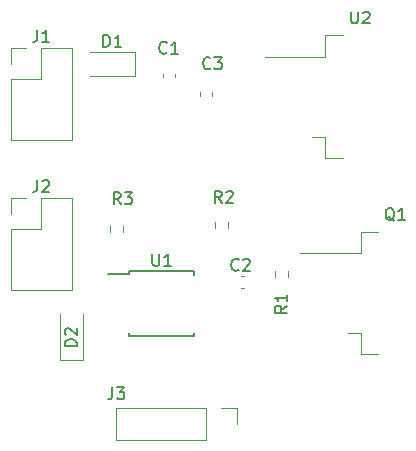
<source format=gbr>
%TF.GenerationSoftware,KiCad,Pcbnew,(6.0.4)*%
%TF.CreationDate,2023-01-02T17:26:25-06:00*%
%TF.ProjectId,FordOilPressure,466f7264-4f69-46c5-9072-657373757265,rev?*%
%TF.SameCoordinates,Original*%
%TF.FileFunction,Legend,Top*%
%TF.FilePolarity,Positive*%
%FSLAX46Y46*%
G04 Gerber Fmt 4.6, Leading zero omitted, Abs format (unit mm)*
G04 Created by KiCad (PCBNEW (6.0.4)) date 2023-01-02 17:26:25*
%MOMM*%
%LPD*%
G01*
G04 APERTURE LIST*
%ADD10C,0.150000*%
%ADD11C,0.120000*%
G04 APERTURE END LIST*
D10*
%TO.C,Q1*%
X48925462Y-28545551D02*
X48830224Y-28497932D01*
X48734986Y-28402693D01*
X48592129Y-28259836D01*
X48496891Y-28212217D01*
X48401653Y-28212217D01*
X48449272Y-28450312D02*
X48354034Y-28402693D01*
X48258796Y-28307455D01*
X48211177Y-28116979D01*
X48211177Y-27783646D01*
X48258796Y-27593170D01*
X48354034Y-27497932D01*
X48449272Y-27450312D01*
X48639748Y-27450312D01*
X48734986Y-27497932D01*
X48830224Y-27593170D01*
X48877843Y-27783646D01*
X48877843Y-28116979D01*
X48830224Y-28307455D01*
X48734986Y-28402693D01*
X48639748Y-28450312D01*
X48449272Y-28450312D01*
X49830224Y-28450312D02*
X49258796Y-28450312D01*
X49544510Y-28450312D02*
X49544510Y-27450312D01*
X49449272Y-27593170D01*
X49354034Y-27688408D01*
X49258796Y-27736027D01*
%TO.C,R3*%
X25755833Y-27122380D02*
X25422500Y-26646190D01*
X25184404Y-27122380D02*
X25184404Y-26122380D01*
X25565357Y-26122380D01*
X25660595Y-26170000D01*
X25708214Y-26217619D01*
X25755833Y-26312857D01*
X25755833Y-26455714D01*
X25708214Y-26550952D01*
X25660595Y-26598571D01*
X25565357Y-26646190D01*
X25184404Y-26646190D01*
X26089166Y-26122380D02*
X26708214Y-26122380D01*
X26374880Y-26503333D01*
X26517738Y-26503333D01*
X26612976Y-26550952D01*
X26660595Y-26598571D01*
X26708214Y-26693809D01*
X26708214Y-26931904D01*
X26660595Y-27027142D01*
X26612976Y-27074761D01*
X26517738Y-27122380D01*
X26232023Y-27122380D01*
X26136785Y-27074761D01*
X26089166Y-27027142D01*
%TO.C,D2*%
X22042380Y-39138095D02*
X21042380Y-39138095D01*
X21042380Y-38900000D01*
X21090000Y-38757142D01*
X21185238Y-38661904D01*
X21280476Y-38614285D01*
X21470952Y-38566666D01*
X21613809Y-38566666D01*
X21804285Y-38614285D01*
X21899523Y-38661904D01*
X21994761Y-38757142D01*
X22042380Y-38900000D01*
X22042380Y-39138095D01*
X21137619Y-38185714D02*
X21090000Y-38138095D01*
X21042380Y-38042857D01*
X21042380Y-37804761D01*
X21090000Y-37709523D01*
X21137619Y-37661904D01*
X21232857Y-37614285D01*
X21328095Y-37614285D01*
X21470952Y-37661904D01*
X22042380Y-38233333D01*
X22042380Y-37614285D01*
%TO.C,C1*%
X29657002Y-14277640D02*
X29609383Y-14325259D01*
X29466526Y-14372878D01*
X29371288Y-14372878D01*
X29228430Y-14325259D01*
X29133192Y-14230021D01*
X29085573Y-14134783D01*
X29037954Y-13944307D01*
X29037954Y-13801450D01*
X29085573Y-13610974D01*
X29133192Y-13515736D01*
X29228430Y-13420498D01*
X29371288Y-13372878D01*
X29466526Y-13372878D01*
X29609383Y-13420498D01*
X29657002Y-13468117D01*
X30609383Y-14372878D02*
X30037954Y-14372878D01*
X30323669Y-14372878D02*
X30323669Y-13372878D01*
X30228430Y-13515736D01*
X30133192Y-13610974D01*
X30037954Y-13658593D01*
%TO.C,U2*%
X45278095Y-10817380D02*
X45278095Y-11626904D01*
X45325714Y-11722142D01*
X45373333Y-11769761D01*
X45468571Y-11817380D01*
X45659047Y-11817380D01*
X45754285Y-11769761D01*
X45801904Y-11722142D01*
X45849523Y-11626904D01*
X45849523Y-10817380D01*
X46278095Y-10912619D02*
X46325714Y-10865000D01*
X46420952Y-10817380D01*
X46659047Y-10817380D01*
X46754285Y-10865000D01*
X46801904Y-10912619D01*
X46849523Y-11007857D01*
X46849523Y-11103095D01*
X46801904Y-11245952D01*
X46230476Y-11817380D01*
X46849523Y-11817380D01*
%TO.C,U1*%
X28448095Y-31332380D02*
X28448095Y-32141904D01*
X28495714Y-32237142D01*
X28543333Y-32284761D01*
X28638571Y-32332380D01*
X28829047Y-32332380D01*
X28924285Y-32284761D01*
X28971904Y-32237142D01*
X29019523Y-32141904D01*
X29019523Y-31332380D01*
X30019523Y-32332380D02*
X29448095Y-32332380D01*
X29733809Y-32332380D02*
X29733809Y-31332380D01*
X29638571Y-31475238D01*
X29543333Y-31570476D01*
X29448095Y-31618095D01*
%TO.C,J2*%
X18711666Y-25077380D02*
X18711666Y-25791666D01*
X18664047Y-25934523D01*
X18568809Y-26029761D01*
X18425952Y-26077380D01*
X18330714Y-26077380D01*
X19140238Y-25172619D02*
X19187857Y-25125000D01*
X19283095Y-25077380D01*
X19521190Y-25077380D01*
X19616428Y-25125000D01*
X19664047Y-25172619D01*
X19711666Y-25267857D01*
X19711666Y-25363095D01*
X19664047Y-25505952D01*
X19092619Y-26077380D01*
X19711666Y-26077380D01*
%TO.C,J1*%
X18711666Y-12377380D02*
X18711666Y-13091666D01*
X18664047Y-13234523D01*
X18568809Y-13329761D01*
X18425952Y-13377380D01*
X18330714Y-13377380D01*
X19711666Y-13377380D02*
X19140238Y-13377380D01*
X19425952Y-13377380D02*
X19425952Y-12377380D01*
X19330714Y-12520238D01*
X19235476Y-12615476D01*
X19140238Y-12663095D01*
%TO.C,D1*%
X24303297Y-13790341D02*
X24303297Y-12790341D01*
X24541393Y-12790341D01*
X24684250Y-12837961D01*
X24779488Y-12933199D01*
X24827107Y-13028437D01*
X24874726Y-13218913D01*
X24874726Y-13361770D01*
X24827107Y-13552246D01*
X24779488Y-13647484D01*
X24684250Y-13742722D01*
X24541393Y-13790341D01*
X24303297Y-13790341D01*
X25827107Y-13790341D02*
X25255678Y-13790341D01*
X25541393Y-13790341D02*
X25541393Y-12790341D01*
X25446154Y-12933199D01*
X25350916Y-13028437D01*
X25255678Y-13076056D01*
%TO.C,C2*%
X35753916Y-32653330D02*
X35706297Y-32700949D01*
X35563440Y-32748568D01*
X35468202Y-32748568D01*
X35325344Y-32700949D01*
X35230106Y-32605711D01*
X35182487Y-32510473D01*
X35134868Y-32319997D01*
X35134868Y-32177140D01*
X35182487Y-31986664D01*
X35230106Y-31891426D01*
X35325344Y-31796188D01*
X35468202Y-31748568D01*
X35563440Y-31748568D01*
X35706297Y-31796188D01*
X35753916Y-31843807D01*
X36134868Y-31843807D02*
X36182487Y-31796188D01*
X36277725Y-31748568D01*
X36515821Y-31748568D01*
X36611059Y-31796188D01*
X36658678Y-31843807D01*
X36706297Y-31939045D01*
X36706297Y-32034283D01*
X36658678Y-32177140D01*
X36087249Y-32748568D01*
X36706297Y-32748568D01*
%TO.C,R2*%
X34309111Y-27006157D02*
X33975778Y-26529967D01*
X33737682Y-27006157D02*
X33737682Y-26006157D01*
X34118635Y-26006157D01*
X34213873Y-26053777D01*
X34261492Y-26101396D01*
X34309111Y-26196634D01*
X34309111Y-26339491D01*
X34261492Y-26434729D01*
X34213873Y-26482348D01*
X34118635Y-26529967D01*
X33737682Y-26529967D01*
X34690063Y-26101396D02*
X34737682Y-26053777D01*
X34832920Y-26006157D01*
X35071016Y-26006157D01*
X35166254Y-26053777D01*
X35213873Y-26101396D01*
X35261492Y-26196634D01*
X35261492Y-26291872D01*
X35213873Y-26434729D01*
X34642444Y-27006157D01*
X35261492Y-27006157D01*
%TO.C,R1*%
X39822380Y-35726666D02*
X39346190Y-36060000D01*
X39822380Y-36298095D02*
X38822380Y-36298095D01*
X38822380Y-35917142D01*
X38870000Y-35821904D01*
X38917619Y-35774285D01*
X39012857Y-35726666D01*
X39155714Y-35726666D01*
X39250952Y-35774285D01*
X39298571Y-35821904D01*
X39346190Y-35917142D01*
X39346190Y-36298095D01*
X39822380Y-34774285D02*
X39822380Y-35345714D01*
X39822380Y-35060000D02*
X38822380Y-35060000D01*
X38965238Y-35155238D01*
X39060476Y-35250476D01*
X39108095Y-35345714D01*
%TO.C,J3*%
X25066666Y-42632380D02*
X25066666Y-43346666D01*
X25019047Y-43489523D01*
X24923809Y-43584761D01*
X24780952Y-43632380D01*
X24685714Y-43632380D01*
X25447619Y-42632380D02*
X26066666Y-42632380D01*
X25733333Y-43013333D01*
X25876190Y-43013333D01*
X25971428Y-43060952D01*
X26019047Y-43108571D01*
X26066666Y-43203809D01*
X26066666Y-43441904D01*
X26019047Y-43537142D01*
X25971428Y-43584761D01*
X25876190Y-43632380D01*
X25590476Y-43632380D01*
X25495238Y-43584761D01*
X25447619Y-43537142D01*
%TO.C,C3*%
X33363333Y-15597142D02*
X33315714Y-15644761D01*
X33172857Y-15692380D01*
X33077619Y-15692380D01*
X32934761Y-15644761D01*
X32839523Y-15549523D01*
X32791904Y-15454285D01*
X32744285Y-15263809D01*
X32744285Y-15120952D01*
X32791904Y-14930476D01*
X32839523Y-14835238D01*
X32934761Y-14740000D01*
X33077619Y-14692380D01*
X33172857Y-14692380D01*
X33315714Y-14740000D01*
X33363333Y-14787619D01*
X33696666Y-14692380D02*
X34315714Y-14692380D01*
X33982380Y-15073333D01*
X34125238Y-15073333D01*
X34220476Y-15120952D01*
X34268095Y-15168571D01*
X34315714Y-15263809D01*
X34315714Y-15501904D01*
X34268095Y-15597142D01*
X34220476Y-15644761D01*
X34125238Y-15692380D01*
X33839523Y-15692380D01*
X33744285Y-15644761D01*
X33696666Y-15597142D01*
D11*
%TO.C,Q1*%
X46070701Y-29447932D02*
X46070701Y-31257932D01*
X47570701Y-29447932D02*
X46070701Y-29447932D01*
X46070701Y-39847932D02*
X46070701Y-38037932D01*
X46070701Y-31257932D02*
X40945701Y-31257932D01*
X47570701Y-39847932D02*
X46070701Y-39847932D01*
X46070701Y-38037932D02*
X44970701Y-38037932D01*
%TO.C,R3*%
X25922500Y-28955276D02*
X25922500Y-29464724D01*
X24877500Y-28955276D02*
X24877500Y-29464724D01*
%TO.C,D2*%
X20590000Y-40350000D02*
X20590000Y-36450000D01*
X20590000Y-40350000D02*
X22590000Y-40350000D01*
X22590000Y-40350000D02*
X22590000Y-36450000D01*
%TO.C,C1*%
X30332425Y-16095836D02*
X30332425Y-16388370D01*
X29312425Y-16095836D02*
X29312425Y-16388370D01*
%TO.C,U2*%
X43090000Y-23215000D02*
X43090000Y-21405000D01*
X44590000Y-23215000D02*
X43090000Y-23215000D01*
X43090000Y-21405000D02*
X41990000Y-21405000D01*
X44590000Y-12815000D02*
X43090000Y-12815000D01*
X43090000Y-14625000D02*
X37965000Y-14625000D01*
X43090000Y-12815000D02*
X43090000Y-14625000D01*
D10*
%TO.C,U1*%
X26460000Y-32805000D02*
X26460000Y-33010000D01*
X26460000Y-38315000D02*
X26460000Y-38015000D01*
X31960000Y-38315000D02*
X31960000Y-38015000D01*
X26460000Y-38315000D02*
X31960000Y-38315000D01*
X31960000Y-32805000D02*
X31960000Y-33105000D01*
X26460000Y-33010000D02*
X24710000Y-33010000D01*
X26460000Y-32805000D02*
X31960000Y-32805000D01*
D11*
%TO.C,J2*%
X19045000Y-29225000D02*
X19045000Y-26625000D01*
X16445000Y-34365000D02*
X21645000Y-34365000D01*
X21645000Y-26625000D02*
X21645000Y-34365000D01*
X16445000Y-26625000D02*
X17775000Y-26625000D01*
X16445000Y-29225000D02*
X16445000Y-34365000D01*
X16445000Y-29225000D02*
X19045000Y-29225000D01*
X16445000Y-27955000D02*
X16445000Y-26625000D01*
X19045000Y-26625000D02*
X21645000Y-26625000D01*
%TO.C,J1*%
X19045000Y-16525000D02*
X19045000Y-13925000D01*
X16445000Y-21665000D02*
X21645000Y-21665000D01*
X21645000Y-13925000D02*
X21645000Y-21665000D01*
X16445000Y-13925000D02*
X17775000Y-13925000D01*
X16445000Y-16525000D02*
X16445000Y-21665000D01*
X16445000Y-16525000D02*
X19045000Y-16525000D01*
X16445000Y-15255000D02*
X16445000Y-13925000D01*
X19045000Y-13925000D02*
X21645000Y-13925000D01*
%TO.C,D1*%
X27003638Y-16239999D02*
X27003638Y-14239999D01*
X27003638Y-14239999D02*
X23153638Y-14239999D01*
X27003638Y-16239999D02*
X23153638Y-16239999D01*
%TO.C,C2*%
X35913201Y-33175044D02*
X36205735Y-33175044D01*
X35913201Y-34195044D02*
X36205735Y-34195044D01*
%TO.C,R2*%
X34812500Y-29107224D02*
X34812500Y-28597776D01*
X33767500Y-29107224D02*
X33767500Y-28597776D01*
%TO.C,R1*%
X39892500Y-32765276D02*
X39892500Y-33274724D01*
X38847500Y-32765276D02*
X38847500Y-33274724D01*
%TO.C,J3*%
X33010000Y-44390000D02*
X25330000Y-44390000D01*
X35610000Y-44390000D02*
X35610000Y-45720000D01*
X33010000Y-44390000D02*
X33010000Y-47050000D01*
X25330000Y-44390000D02*
X25330000Y-47050000D01*
X34280000Y-44390000D02*
X35610000Y-44390000D01*
X33010000Y-47050000D02*
X25330000Y-47050000D01*
%TO.C,C3*%
X33530000Y-17926267D02*
X33530000Y-17633733D01*
X32510000Y-17926267D02*
X32510000Y-17633733D01*
%TD*%
M02*

</source>
